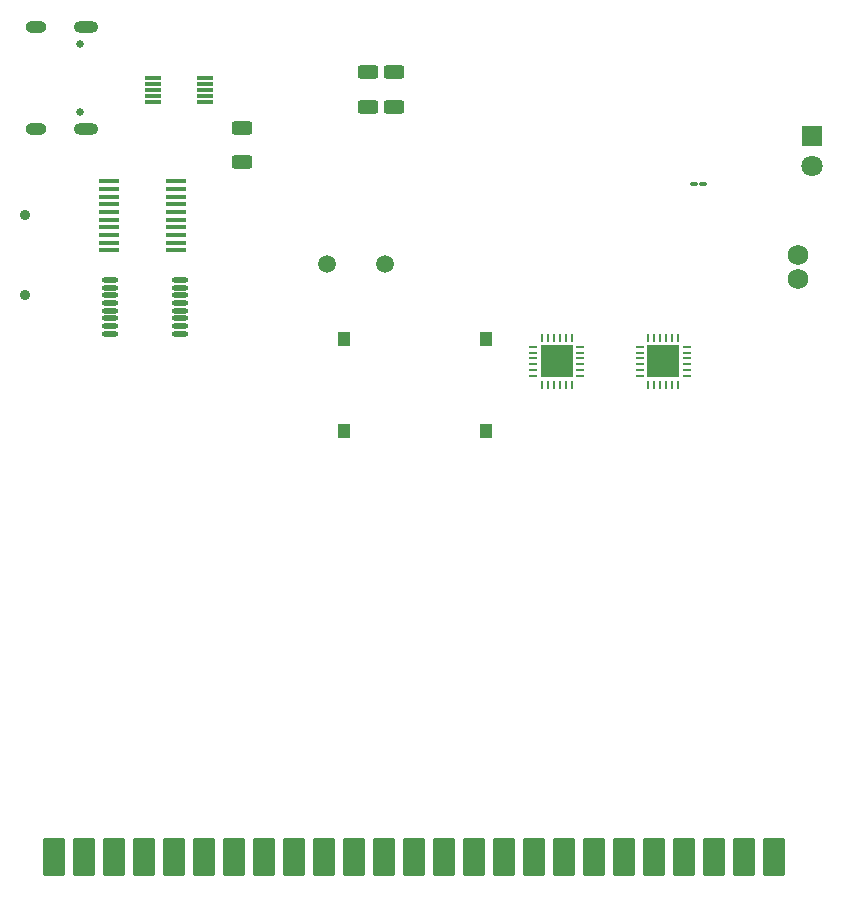
<source format=gbs>
G04 #@! TF.GenerationSoftware,KiCad,Pcbnew,7.0.10*
G04 #@! TF.CreationDate,2024-02-13T11:50:05-05:00*
G04 #@! TF.ProjectId,prototype,70726f74-6f74-4797-9065-2e6b69636164,rev?*
G04 #@! TF.SameCoordinates,Original*
G04 #@! TF.FileFunction,Soldermask,Bot*
G04 #@! TF.FilePolarity,Negative*
%FSLAX46Y46*%
G04 Gerber Fmt 4.6, Leading zero omitted, Abs format (unit mm)*
G04 Created by KiCad (PCBNEW 7.0.10) date 2024-02-13 11:50:05*
%MOMM*%
%LPD*%
G01*
G04 APERTURE LIST*
G04 Aperture macros list*
%AMRoundRect*
0 Rectangle with rounded corners*
0 $1 Rounding radius*
0 $2 $3 $4 $5 $6 $7 $8 $9 X,Y pos of 4 corners*
0 Add a 4 corners polygon primitive as box body*
4,1,4,$2,$3,$4,$5,$6,$7,$8,$9,$2,$3,0*
0 Add four circle primitives for the rounded corners*
1,1,$1+$1,$2,$3*
1,1,$1+$1,$4,$5*
1,1,$1+$1,$6,$7*
1,1,$1+$1,$8,$9*
0 Add four rect primitives between the rounded corners*
20,1,$1+$1,$2,$3,$4,$5,0*
20,1,$1+$1,$4,$5,$6,$7,0*
20,1,$1+$1,$6,$7,$8,$9,0*
20,1,$1+$1,$8,$9,$2,$3,0*%
G04 Aperture macros list end*
%ADD10R,1.676400X0.355600*%
%ADD11R,1.800000X1.800000*%
%ADD12C,1.800000*%
%ADD13RoundRect,0.102000X-0.819150X-1.500000X0.819150X-1.500000X0.819150X1.500000X-0.819150X1.500000X0*%
%ADD14C,0.900000*%
%ADD15C,1.500000*%
%ADD16O,1.800000X1.000000*%
%ADD17O,2.100000X1.000000*%
%ADD18C,0.650000*%
%ADD19O,1.400000X0.449999*%
%ADD20RoundRect,0.250000X-0.625000X0.312500X-0.625000X-0.312500X0.625000X-0.312500X0.625000X0.312500X0*%
%ADD21RoundRect,0.100000X0.217500X0.100000X-0.217500X0.100000X-0.217500X-0.100000X0.217500X-0.100000X0*%
%ADD22R,1.000000X1.250000*%
%ADD23R,0.711200X0.254000*%
%ADD24R,0.254000X0.711200*%
%ADD25R,2.743200X2.743200*%
%ADD26C,1.750000*%
%ADD27R,1.400000X0.300000*%
G04 APERTURE END LIST*
D10*
X34750000Y-34750000D03*
X34750000Y-35400001D03*
X34750000Y-36049999D03*
X34750000Y-36700001D03*
X34750000Y-37349999D03*
X34750000Y-37999998D03*
X34750000Y-38649999D03*
X34750000Y-39299998D03*
X34750000Y-39949999D03*
X34750000Y-40599998D03*
X29111200Y-40600000D03*
X29111200Y-39950002D03*
X29111200Y-39300001D03*
X29111200Y-38650002D03*
X29111200Y-38000001D03*
X29111200Y-37350002D03*
X29111200Y-36700001D03*
X29111200Y-36050002D03*
X29111200Y-35400001D03*
X29111200Y-34750002D03*
D11*
X88625000Y-30897500D03*
D12*
X88625000Y-33437500D03*
D13*
X24435000Y-91937500D03*
X24435000Y-91937500D03*
X26975000Y-91937500D03*
X29515000Y-91937500D03*
X32055000Y-91937500D03*
X34595000Y-91937500D03*
X37135000Y-91937500D03*
X39675000Y-91937500D03*
X42215000Y-91937500D03*
X44755000Y-91937500D03*
X47295000Y-91937500D03*
X49835000Y-91937500D03*
X52375000Y-91937500D03*
X54915000Y-91937500D03*
X57455000Y-91937500D03*
X59995000Y-91937500D03*
X62535000Y-91937500D03*
X65075000Y-91937500D03*
X67615000Y-91937500D03*
X70155000Y-91937500D03*
X72695000Y-91937500D03*
X75235000Y-91937500D03*
X77775000Y-91937500D03*
X80315000Y-91937500D03*
X82855000Y-91937500D03*
X85395000Y-91937500D03*
X85395000Y-91937500D03*
D14*
X22000000Y-44400000D03*
X22000000Y-37600000D03*
D15*
X47550000Y-41750000D03*
X52430000Y-41750000D03*
D16*
X22925000Y-30320000D03*
D17*
X27105000Y-30320000D03*
D16*
X22925000Y-21680000D03*
D17*
X27105000Y-21680000D03*
D18*
X26605000Y-28890000D03*
X26605000Y-23110000D03*
D19*
X35074999Y-43100001D03*
X35074999Y-43750002D03*
X35074999Y-44400001D03*
X35074999Y-45050002D03*
X35074999Y-45700001D03*
X35074999Y-46350002D03*
X35074999Y-47000001D03*
X35074999Y-47650002D03*
X29174998Y-47650002D03*
X29174998Y-47000001D03*
X29174998Y-46350002D03*
X29174998Y-45700001D03*
X29174998Y-45050002D03*
X29174998Y-44400001D03*
X29174998Y-43750002D03*
X29174998Y-43100001D03*
D20*
X40312500Y-30225000D03*
X40312500Y-33150000D03*
D21*
X78592500Y-35000000D03*
X79407500Y-35000000D03*
D20*
X53250000Y-25537500D03*
X53250000Y-28462500D03*
D22*
X49000000Y-48125000D03*
X49000000Y-55875000D03*
D23*
X77993900Y-48749685D03*
X77993900Y-49249811D03*
X77993900Y-49749937D03*
X77993900Y-50250063D03*
X77993900Y-50750189D03*
X77993900Y-51250315D03*
D24*
X77250315Y-51993900D03*
X76750189Y-51993900D03*
X76250063Y-51993900D03*
X75749937Y-51993900D03*
X75249811Y-51993900D03*
X74749685Y-51993900D03*
D23*
X74006100Y-51250315D03*
X74006100Y-50750189D03*
X74006100Y-50250063D03*
X74006100Y-49749937D03*
X74006100Y-49249811D03*
X74006100Y-48749685D03*
D24*
X74749685Y-48006100D03*
X75249811Y-48006100D03*
X75749937Y-48006100D03*
X76250063Y-48006100D03*
X76750189Y-48006100D03*
X77250315Y-48006100D03*
D25*
X76000000Y-50000000D03*
D23*
X68993900Y-48749685D03*
X68993900Y-49249811D03*
X68993900Y-49749937D03*
X68993900Y-50250063D03*
X68993900Y-50750189D03*
X68993900Y-51250315D03*
D24*
X68250315Y-51993900D03*
X67750189Y-51993900D03*
X67250063Y-51993900D03*
X66749937Y-51993900D03*
X66249811Y-51993900D03*
X65749685Y-51993900D03*
D23*
X65006100Y-51250315D03*
X65006100Y-50750189D03*
X65006100Y-50250063D03*
X65006100Y-49749937D03*
X65006100Y-49249811D03*
X65006100Y-48749685D03*
D24*
X65749685Y-48006100D03*
X66249811Y-48006100D03*
X66749937Y-48006100D03*
X67250063Y-48006100D03*
X67750189Y-48006100D03*
X68250315Y-48006100D03*
D25*
X67000000Y-50000000D03*
D26*
X87450000Y-43020000D03*
X87450000Y-41020000D03*
D27*
X32800000Y-28000000D03*
X32800000Y-27500000D03*
X32800000Y-27000000D03*
X32800000Y-26500000D03*
X32800000Y-26000000D03*
X37200000Y-26000000D03*
X37200000Y-26500000D03*
X37200000Y-27000000D03*
X37200000Y-27500000D03*
X37200000Y-28000000D03*
D20*
X51000000Y-25537500D03*
X51000000Y-28462500D03*
D22*
X61000000Y-48125000D03*
X61000000Y-55875000D03*
M02*

</source>
